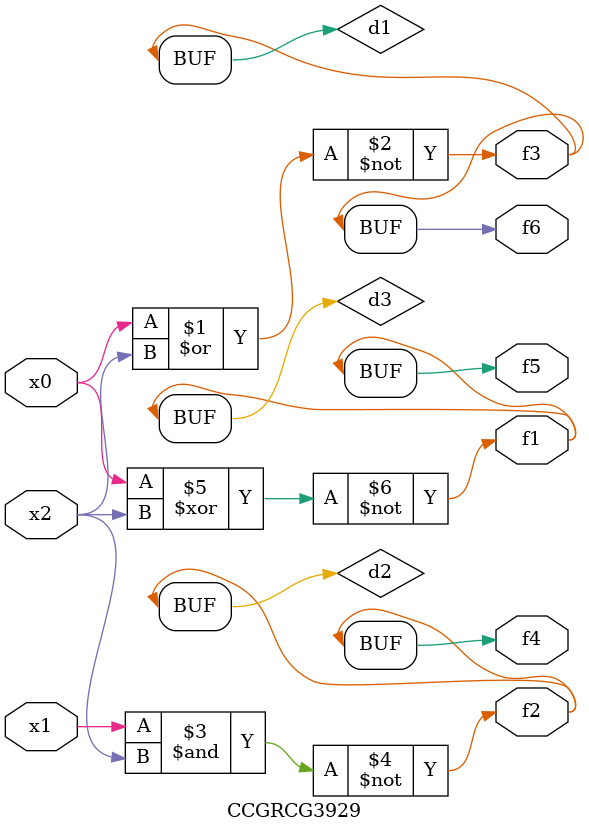
<source format=v>
module CCGRCG3929(
	input x0, x1, x2,
	output f1, f2, f3, f4, f5, f6
);

	wire d1, d2, d3;

	nor (d1, x0, x2);
	nand (d2, x1, x2);
	xnor (d3, x0, x2);
	assign f1 = d3;
	assign f2 = d2;
	assign f3 = d1;
	assign f4 = d2;
	assign f5 = d3;
	assign f6 = d1;
endmodule

</source>
